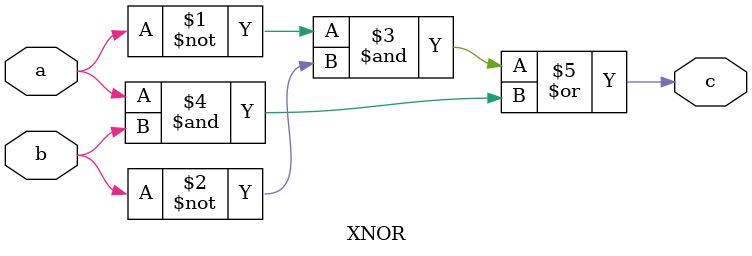
<source format=sv>
module XNOR(input logic a, b, output logic c);

assign c = (~a & ~b) | (a & b);

endmodule

</source>
